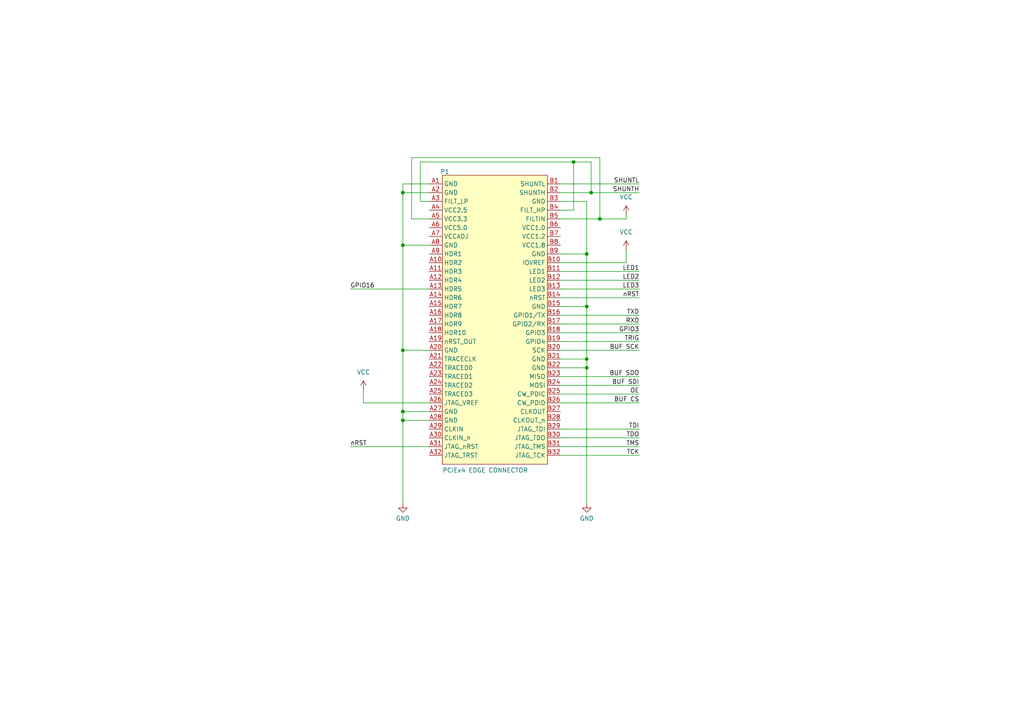
<source format=kicad_sch>
(kicad_sch (version 20231120) (generator "eeschema") (generator_version "8.0")
  (paper "A4")
  (lib_symbols
    (symbol "power:GND" (power) (pin_numbers hide) (pin_names (offset 0) hide)
      (property "Value" "GND" (at 0 -3.81 0))
      (symbol "GND_0_1"
        (polyline (pts (xy 0 0) (xy 0 -1.27) (xy 1.27 -1.27) (xy 0 -2.54) (xy -1.27 -1.27) (xy 0 -1.27)))
      )
      (symbol "GND_1_1"
        (pin power_in line (at 0 0 270) (length 0) (name "~") (number "1"))
      )
    )
    (symbol "power:VCC" (power) (pin_numbers hide) (pin_names (offset 0) hide)
      (property "Value" "VCC" (at 0 3.556 0))
      (symbol "VCC_0_1"
        (polyline (pts (xy -0.762 1.27) (xy 0 2.54)))
        (polyline (pts (xy 0 0) (xy 0 2.54)))
        (polyline (pts (xy 0 2.54) (xy 0.762 1.27)))
      )
      (symbol "VCC_1_1"
        (pin power_in line (at 0 0 90) (length 0) (name "~") (number "1"))
      )
    )
    (symbol "tutorial_2_library:CW312T-Template" (in_bom no)
      (property "Reference" "P" (at -15.24 3.81 0))
      (property "Value" "PCIEx4 EDGE CONNECTOR " (at 3.81 3.81 0))
      (symbol "CW312T-Template_1_1"
        (rectangle (start -15.24 2.54) (end 15.24 -81.28) (fill (type background)))
        (pin unspecified line (at -19.05 0 0) (length 3.81) (name "GND") (number "A1"))
        (pin unspecified line (at -19.05 -22.86 0) (length 3.81) (name "HDR2") (number "A10"))
        (pin unspecified line (at -19.05 -25.4 0) (length 3.81) (name "HDR3") (number "A11"))
        (pin unspecified line (at -19.05 -27.94 0) (length 3.81) (name "HDR4") (number "A12"))
        (pin unspecified line (at -19.05 -30.48 0) (length 3.81) (name "HDR5") (number "A13"))
        (pin unspecified line (at -19.05 -33.02 0) (length 3.81) (name "HDR6") (number "A14"))
        (pin unspecified line (at -19.05 -35.56 0) (length 3.81) (name "HDR7") (number "A15"))
        (pin unspecified line (at -19.05 -38.1 0) (length 3.81) (name "HDR8") (number "A16"))
        (pin unspecified line (at -19.05 -40.64 0) (length 3.81) (name "HDR9") (number "A17"))
        (pin unspecified line (at -19.05 -43.18 0) (length 3.81) (name "HDR10") (number "A18"))
        (pin unspecified line (at -19.05 -45.72 0) (length 3.81) (name "nRST_OUT") (number "A19"))
        (pin unspecified line (at -19.05 -2.54 0) (length 3.81) (name "GND") (number "A2"))
        (pin unspecified line (at -19.05 -48.26 0) (length 3.81) (name "GND") (number "A20"))
        (pin unspecified line (at -19.05 -50.8 0) (length 3.81) (name "TRACECLK") (number "A21"))
        (pin unspecified line (at -19.05 -53.34 0) (length 3.81) (name "TRACED0") (number "A22"))
        (pin unspecified line (at -19.05 -55.88 0) (length 3.81) (name "TRACED1") (number "A23"))
        (pin unspecified line (at -19.05 -58.42 0) (length 3.81) (name "TRACED2") (number "A24"))
        (pin unspecified line (at -19.05 -60.96 0) (length 3.81) (name "TRACED3") (number "A25"))
        (pin unspecified line (at -19.05 -63.5 0) (length 3.81) (name "JTAG_VREF") (number "A26"))
        (pin unspecified line (at -19.05 -66.04 0) (length 3.81) (name "GND") (number "A27"))
        (pin unspecified line (at -19.05 -68.58 0) (length 3.81) (name "GND") (number "A28"))
        (pin unspecified line (at -19.05 -71.12 0) (length 3.81) (name "CLKIN") (number "A29"))
        (pin unspecified line (at -19.05 -5.08 0) (length 3.81) (name "FILT_LP") (number "A3"))
        (pin unspecified line (at -19.05 -73.66 0) (length 3.81) (name "CLKIN_n") (number "A30"))
        (pin unspecified line (at -19.05 -76.2 0) (length 3.81) (name "JTAG_nRST") (number "A31"))
        (pin unspecified line (at -19.05 -78.74 0) (length 3.81) (name "JTAG_TRST") (number "A32"))
        (pin unspecified line (at -19.05 -7.62 0) (length 3.81) (name "VCC2.5") (number "A4"))
        (pin unspecified line (at -19.05 -10.16 0) (length 3.81) (name "VCC3.3") (number "A5"))
        (pin unspecified line (at -19.05 -12.7 0) (length 3.81) (name "VCC5.0") (number "A6"))
        (pin unspecified line (at -19.05 -15.24 0) (length 3.81) (name "VCCADJ") (number "A7"))
        (pin unspecified line (at -19.05 -17.78 0) (length 3.81) (name "GND") (number "A8"))
        (pin unspecified line (at -19.05 -20.32 0) (length 3.81) (name "HDR1") (number "A9"))
        (pin unspecified line (at 19.05 0 180) (length 3.81) (name "SHUNTL") (number "B1"))
        (pin unspecified line (at 19.05 -22.86 180) (length 3.81) (name "IOVREF") (number "B10"))
        (pin unspecified line (at 19.05 -25.4 180) (length 3.81) (name "LED1") (number "B11"))
        (pin unspecified line (at 19.05 -27.94 180) (length 3.81) (name "LED2") (number "B12"))
        (pin unspecified line (at 19.05 -30.48 180) (length 3.81) (name "LED3") (number "B13"))
        (pin unspecified line (at 19.05 -33.02 180) (length 3.81) (name "nRST") (number "B14"))
        (pin unspecified line (at 19.05 -35.56 180) (length 3.81) (name "GND") (number "B15"))
        (pin unspecified line (at 19.05 -38.1 180) (length 3.81) (name "GPIO1/TX") (number "B16"))
        (pin unspecified line (at 19.05 -40.64 180) (length 3.81) (name "GPIO2/RX") (number "B17"))
        (pin unspecified line (at 19.05 -43.18 180) (length 3.81) (name "GPIO3") (number "B18"))
        (pin unspecified line (at 19.05 -45.72 180) (length 3.81) (name "GPIO4") (number "B19"))
        (pin unspecified line (at 19.05 -2.54 180) (length 3.81) (name "SHUNTH") (number "B2"))
        (pin unspecified line (at 19.05 -48.26 180) (length 3.81) (name "SCK") (number "B20"))
        (pin unspecified line (at 19.05 -50.8 180) (length 3.81) (name "GND") (number "B21"))
        (pin unspecified line (at 19.05 -53.34 180) (length 3.81) (name "GND") (number "B22"))
        (pin unspecified line (at 19.05 -55.88 180) (length 3.81) (name "MISO") (number "B23"))
        (pin unspecified line (at 19.05 -58.42 180) (length 3.81) (name "MOSI") (number "B24"))
        (pin unspecified line (at 19.05 -60.96 180) (length 3.81) (name "CW_PDIC") (number "B25"))
        (pin unspecified line (at 19.05 -63.5 180) (length 3.81) (name "CW_PDID") (number "B26"))
        (pin unspecified line (at 19.05 -66.04 180) (length 3.81) (name "CLKOUT") (number "B27"))
        (pin unspecified line (at 19.05 -68.58 180) (length 3.81) (name "CLKOUT_n") (number "B28"))
        (pin unspecified line (at 19.05 -71.12 180) (length 3.81) (name "JTAG_TDI") (number "B29"))
        (pin unspecified line (at 19.05 -5.08 180) (length 3.81) (name "GND") (number "B3"))
        (pin unspecified line (at 19.05 -73.66 180) (length 3.81) (name "JTAG_TDO") (number "B30"))
        (pin unspecified line (at 19.05 -76.2 180) (length 3.81) (name "JTAG_TMS") (number "B31"))
        (pin unspecified line (at 19.05 -78.74 180) (length 3.81) (name "JTAG_TCK") (number "B32"))
        (pin unspecified line (at 19.05 -7.62 180) (length 3.81) (name "FILT_HP") (number "B4"))
        (pin unspecified line (at 19.05 -10.16 180) (length 3.81) (name "FILTIN") (number "B5"))
        (pin unspecified line (at 19.05 -12.7 180) (length 3.81) (name "VCC1.0") (number "B6"))
        (pin unspecified line (at 19.05 -15.24 180) (length 3.81) (name "VCC1.2") (number "B7"))
        (pin unspecified line (at 19.05 -17.78 180) (length 3.81) (name "VCC1.8") (number "B8"))
        (pin unspecified line (at 19.05 -20.32 180) (length 3.81) (name "GND") (number "B9"))
      )
    )
  )
  (junction (at 170.18 104.14))
  (junction (at 116.84 119.38))
  (junction (at 170.18 88.9))
  (junction (at 171.45 55.88))
  (junction (at 116.84 55.88))
  (junction (at 173.99 63.5))
  (junction (at 170.18 73.66))
  (junction (at 170.18 106.68))
  (junction (at 116.84 121.92))
  (junction (at 116.84 71.12))
  (junction (at 116.84 101.6))
  (junction (at 166.37 46.99))
  (wire (pts (xy 162.56 73.66) (xy 170.18 73.66)))
  (wire (pts (xy 101.6 129.54) (xy 124.46 129.54)))
  (wire (pts (xy 116.84 71.12) (xy 124.46 71.12)))
  (wire (pts (xy 170.18 106.68) (xy 170.18 146.05)))
  (wire (pts (xy 116.84 101.6) (xy 124.46 101.6)))
  (wire (pts (xy 162.56 91.44) (xy 185.42 91.44)))
  (wire (pts (xy 171.45 46.99) (xy 171.45 55.88)))
  (wire (pts (xy 124.46 58.42) (xy 121.92 58.42)))
  (wire (pts (xy 170.18 88.9) (xy 170.18 104.14)))
  (wire (pts (xy 162.56 55.88) (xy 171.45 55.88)))
  (wire (pts (xy 116.84 121.92) (xy 116.84 146.05)))
  (wire (pts (xy 162.56 109.22) (xy 185.42 109.22)))
  (wire (pts (xy 162.56 60.96) (xy 166.37 60.96)))
  (wire (pts (xy 162.56 53.34) (xy 185.42 53.34)))
  (wire (pts (xy 119.38 63.5) (xy 119.38 45.72)))
  (wire (pts (xy 105.41 113.03) (xy 105.41 116.84)))
  (wire (pts (xy 162.56 114.3) (xy 185.42 114.3)))
  (wire (pts (xy 162.56 129.54) (xy 185.42 129.54)))
  (wire (pts (xy 162.56 78.74) (xy 185.42 78.74)))
  (wire (pts (xy 162.56 83.82) (xy 185.42 83.82)))
  (wire (pts (xy 121.92 46.99) (xy 166.37 46.99)))
  (wire (pts (xy 181.61 62.23) (xy 181.61 63.5)))
  (wire (pts (xy 116.84 55.88) (xy 124.46 55.88)))
  (wire (pts (xy 170.18 73.66) (xy 170.18 88.9)))
  (wire (pts (xy 170.18 104.14) (xy 170.18 106.68)))
  (wire (pts (xy 101.6 83.82) (xy 124.46 83.82)))
  (wire (pts (xy 162.56 111.76) (xy 185.42 111.76)))
  (wire (pts (xy 116.84 55.88) (xy 116.84 71.12)))
  (wire (pts (xy 170.18 58.42) (xy 162.56 58.42)))
  (wire (pts (xy 116.84 121.92) (xy 124.46 121.92)))
  (wire (pts (xy 162.56 106.68) (xy 170.18 106.68)))
  (wire (pts (xy 162.56 124.46) (xy 185.42 124.46)))
  (wire (pts (xy 116.84 71.12) (xy 116.84 101.6)))
  (wire (pts (xy 121.92 58.42) (xy 121.92 46.99)))
  (wire (pts (xy 162.56 132.08) (xy 185.42 132.08)))
  (wire (pts (xy 171.45 55.88) (xy 185.42 55.88)))
  (wire (pts (xy 166.37 60.96) (xy 166.37 46.99)))
  (wire (pts (xy 170.18 58.42) (xy 170.18 73.66)))
  (wire (pts (xy 162.56 99.06) (xy 185.42 99.06)))
  (wire (pts (xy 162.56 81.28) (xy 185.42 81.28)))
  (wire (pts (xy 173.99 45.72) (xy 173.99 63.5)))
  (wire (pts (xy 162.56 86.36) (xy 185.42 86.36)))
  (wire (pts (xy 162.56 88.9) (xy 170.18 88.9)))
  (wire (pts (xy 162.56 76.2) (xy 181.61 76.2)))
  (wire (pts (xy 162.56 127) (xy 185.42 127)))
  (wire (pts (xy 116.84 119.38) (xy 124.46 119.38)))
  (wire (pts (xy 124.46 53.34) (xy 116.84 53.34)))
  (wire (pts (xy 162.56 63.5) (xy 173.99 63.5)))
  (wire (pts (xy 162.56 116.84) (xy 185.42 116.84)))
  (wire (pts (xy 116.84 101.6) (xy 116.84 119.38)))
  (wire (pts (xy 116.84 53.34) (xy 116.84 55.88)))
  (wire (pts (xy 124.46 63.5) (xy 119.38 63.5)))
  (wire (pts (xy 162.56 104.14) (xy 170.18 104.14)))
  (wire (pts (xy 116.84 119.38) (xy 116.84 121.92)))
  (wire (pts (xy 162.56 101.6) (xy 185.42 101.6)))
  (wire (pts (xy 119.38 45.72) (xy 173.99 45.72)))
  (wire (pts (xy 173.99 63.5) (xy 181.61 63.5)))
  (wire (pts (xy 162.56 96.52) (xy 185.42 96.52)))
  (wire (pts (xy 166.37 46.99) (xy 171.45 46.99)))
  (wire (pts (xy 124.46 116.84) (xy 105.41 116.84)))
  (wire (pts (xy 181.61 72.39) (xy 181.61 76.2)))
  (wire (pts (xy 162.56 93.98) (xy 185.42 93.98)))
  (label "GPIO16" (at 101.6 83.82 0))
  (label "SHUNTH" (at 185.42 55.88 180))
  (label "OE" (at 185.42 114.3 180))
  (label "nRST" (at 101.6 129.54 0))
  (label "BUF SDI" (at 185.42 111.76 180))
  (label "LED2" (at 185.42 81.28 180))
  (label "BUF SDO" (at 185.42 109.22 180))
  (label "BUF CS" (at 185.42 116.84 180))
  (label "TDO" (at 185.42 127 180))
  (label "TXD" (at 185.42 91.44 180))
  (label "TMS" (at 185.42 129.54 180))
  (label "TCK" (at 185.42 132.08 180))
  (label "TDI" (at 185.42 124.46 180))
  (label "GPIO3" (at 185.42 96.52 180))
  (label "TRIG" (at 185.42 99.06 180))
  (label "RXD" (at 185.42 93.98 180))
  (label "nRST" (at 185.42 86.36 180))
  (label "BUF SCK" (at 185.42 101.6 180))
  (label "SHUNTL" (at 185.42 53.34 180))
  (label "LED3" (at 185.42 83.82 180))
  (label "LED1" (at 185.42 78.74 180))
  (symbol (lib_id "power:VCC") (at 181.61 72.39 0) (mirror y) (unit 1)
    (property "Reference" "#PWR041" (effects (hide yes)))
    (property "Value" "VCC" (at 181.61 67.31 0))
    (property "Description" "Power symbol creates a global label with name \"VCC\"" (effects (hide yes)))
  )
  (symbol (lib_id "power:GND") (at 116.84 146.05 0) (unit 1)
    (property "Reference" "#PWR038" (effects (hide yes)))
    (property "Value" "GND" (at 116.84 150.368 0))
    (property "Description" "Power symbol creates a global label with name \"GND\" , ground" (effects (hide yes)))
  )
  (symbol (lib_id "power:GND") (at 170.18 146.05 0) (unit 1)
    (property "Reference" "#PWR039" (effects (hide yes)))
    (property "Value" "GND" (at 170.18 150.368 0))
    (property "Description" "Power symbol creates a global label with name \"GND\" , ground" (effects (hide yes)))
  )
  (symbol (lib_id "power:VCC") (at 181.61 62.23 0) (mirror y) (unit 1)
    (property "Reference" "#PWR040" (effects (hide yes)))
    (property "Value" "VCC" (at 181.61 57.15 0))
    (property "Description" "Power symbol creates a global label with name \"VCC\"" (effects (hide yes)))
  )
  (symbol (lib_id "power:VCC") (at 105.41 113.03 0) (unit 1)
    (property "Reference" "#PWR037" (effects (hide yes)))
    (property "Value" "VCC" (at 105.41 107.95 0))
    (property "Description" "Power symbol creates a global label with name \"VCC\"" (effects (hide yes)))
  )
  (symbol (lib_id "tutorial_2_library:CW312T-Template") (at 143.51 53.34 0) (unit 1) (in_bom no)
    (property "Reference" "P1" (at 129.032 49.784 0))
    (property "Value" "PCIEx4 EDGE CONNECTOR" (at 140.716 136.398 0))
    (property "Footprint" "tutorial_2_library:CW312_Template" (effects (hide yes)))
    (property "Description" "BOARD AND EDGE CONNECTOR TEMPLATE FOR CW312 TARGETS" (effects (hide yes)))
  )
)
</source>
